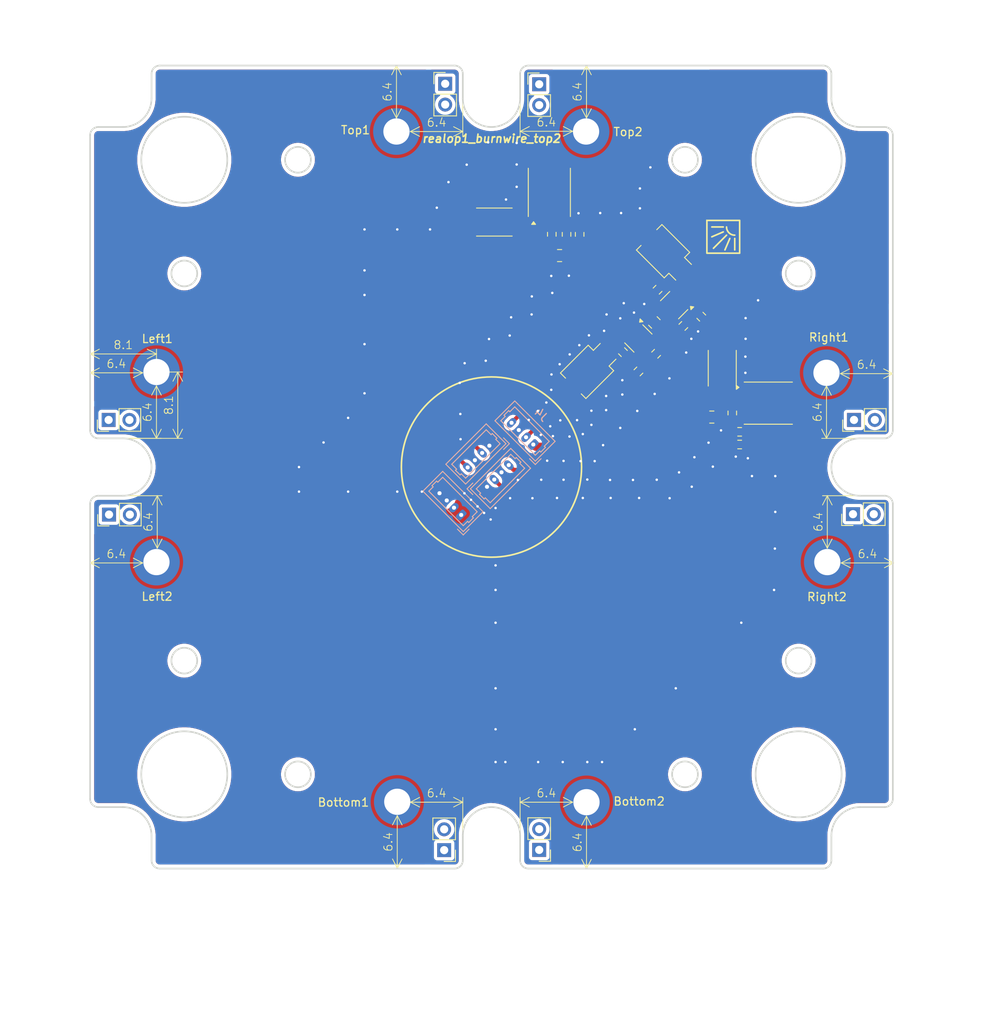
<source format=kicad_pcb>
(kicad_pcb (version 20241229) (generator "pcbnew") (generator_version "9.0")
  (layers (0 "F.Cu" signal) (2 "B.Cu" signal) (13 "F.Paste" user) (15 "B.Paste" user) (5 "F.SilkS" user "F.Silkscreen") (7 "B.SilkS" user "B.Silkscreen") (1 "F.Mask" user) (3 "B.Mask" user) (25 "Edge.Cuts" user))
  (net 0 "")
  (net 1 "GND")
  (net 2 "Net-(R1-Pad2)")
  (net 3 "Net-(Q1-G)")
  (net 4 "Net-(Q1-D)")
  (net 5 "+24V")
  (net 6 "/pyro0_enable")
  (net 7 "/pyro0_cs")
  (net 8 "Net-(Q2-D)")
  (net 9 "Net-(Q2-G)")
  (net 10 "/pyro1_enable")
  (net 11 "Net-(R10-Pad1)")
  (net 12 "/pyro1_cs")
  (net 13 "Net-(Q2-S-Pad1)")
  (net 14 "Net-(Q1-S-Pad1)")
  (net 15 "Net-(D1-K)")
  (net 16 "/3v3_tia")
  (net 17 "Net-(U2-+)")
  (net 18 "/pd_tia0")
  (net 19 "Net-(D3-K)")
  (net 20 "/pd_tia1")
  (net 21 "Net-(U1-+)")
  (footprint "Connector_PinHeader_2.54mm:PinHeader_1x02_P2.54mm_Vertical" (layer "F.Cu") (at 97.81 102.8 90)
    (property "Reference" "REF**" (hide yes))
    (property "Value" "PinHeader_1x02_P2.54mm_Vertical")
  )
  (footprint "Resistor_SMD:R_0603_1608Metric" (layer "F.Cu") (at 151.865 68.59 -90)
    (property "Reference" "R6" (hide yes))
    (property "Value" "10k")
  )
  (footprint "Connector_PinHeader_2.54mm:PinHeader_1x02_P2.54mm_Vertical" (layer "F.Cu") (at 188.76 91.25 90)
    (property "Reference" "REF**" (hide yes))
    (property "Value" "PinHeader_1x02_P2.54mm_Vertical")
  )
  (footprint "Package_TO_SOT_SMD:SOT-23-5" (layer "F.Cu") (at 162.434701 81.308281 -45)
    (property "Reference" "U1" (hide yes))
    (property "Value" "LMV321")
  )
  (footprint "Resistor_SMD:R_0603_1608Metric" (layer "F.Cu") (at 164.776992 75.359745 45)
    (property "Reference" "R3" (hide yes))
    (property "Value" "100k")
  )
  (footprint "Resistor_SMD:R_2512_6332Metric" (layer "F.Cu") (at 172.675 84.9375 90)
    (property "Reference" "R11" (hide yes))
    (property "Value" "1")
  )
  (footprint "Connector_PinHeader_2.54mm:PinHeader_1x02_P2.54mm_Vertical" (layer "F.Cu") (at 150.325 143.725 180)
    (property "Reference" "REF**" (hide yes))
    (property "Value" "PinHeader_1x02_P2.54mm_Vertical")
  )
  (footprint "Resistor_SMD:R_0603_1608Metric" (layer "F.Cu") (at 167.923617 79.779162 45)
    (property "Reference" "R14" (hide yes))
    (property "Value" "100k")
  )
  (footprint "Resistor_SMD:R_0603_1608Metric" (layer "F.Cu") (at 155.265 68.6 90)
    (property "Reference" "R5" (hide yes))
    (property "Value" "1k")
  )
  (footprint "Resistor_SMD:R_0603_1608Metric" (layer "F.Cu") (at 170.115648 78.647791 135)
    (property "Reference" "R15" (hide yes))
    (property "Value" "1k")
  )
  (footprint "Resistor_SMD:R_0603_1608Metric" (layer "F.Cu") (at 162.44354 85.32995 45)
    (property "Reference" "R16" (hide yes))
    (property "Value" "1k")
  )
  (footprint "Package_SO:PowerPAK_SO-8_Single" (layer "F.Cu") (at 178.295 89.2)
    (property "Reference" "Q2" (hide yes))
    (property "Value" "BSC0702LS")
  )
  (footprint "MountingHole:MountingHole_3.2mm_M3_ISO7380_Pad_TopBottom" (layer "F.Cu") (at 185.5 108.6 180)
    (property "Reference" "Right2")
    (property "Value" "MountingHole_3.2mm_M3_ISO7380_Pad_TopBottom")
  )
  (footprint "Connector_PinHeader_2.54mm:PinHeader_1x02_P2.54mm_Vertical" (layer "F.Cu") (at 97.76 91.25 90)
    (property "Reference" "REF**" (hide yes))
    (property "Value" "PinHeader_1x02_P2.54mm_Vertical")
  )
  (footprint "Resistor_SMD:R_0603_1608Metric" (layer "F.Cu") (at 160.55 82.975 135)
    (property "Reference" "R18" (hide yes))
    (property "Value" "100k")
  )
  (footprint "Resistor_SMD:R_0603_1608Metric" (layer "F.Cu") (at 174.8 94.25 180)
    (property "Reference" "R9" (hide yes))
    (property "Value" "100k")
  )
  (footprint "Capacitor_SMD:C_0805_2012Metric" (layer "F.Cu") (at 164.388083 79.354898 135)
    (property "Reference" "C2" (hide yes))
    (property "Value" "10uF")
  )
  (footprint "Connector_PinHeader_2.54mm:PinHeader_1x02_P2.54mm_Vertical" (layer "F.Cu") (at 138.85 50.225)
    (property "Reference" "REF**" (hide yes))
    (property "Value" "PinHeader_1x02_P2.54mm_Vertical")
  )
  (footprint "Resistor_SMD:R_2512_6332Metric" (layer "F.Cu") (at 144.85 67.1 180)
    (property "Reference" "R4" (hide yes))
    (property "Value" "1")
  )
  (footprint "Resistor_SMD:R_0603_1608Metric" (layer "F.Cu") (at 173.9 90.4 -90)
    (property "Reference" "R12" (hide yes))
    (property "Value" "10k")
  )
  (footprint "MountingHole:MountingHole_3.2mm_M3_ISO7380_Pad_TopBottom" (layer "F.Cu") (at 156.1 137.899999)
    (property "Reference" "Bottom2")
    (property "Value" "MountingHole_3.2mm_M3_ISO7380_Pad_TopBottom")
  )
  (footprint "Package_TO_SOT_SMD:SOT-23-5" (layer "F.Cu") (at 166.801085 77.242417 -135)
    (property "Reference" "U2" (hide yes))
    (property "Value" "LMV321")
  )
  (footprint "Capacitor_SMD:C_0805_2012Metric" (layer "F.Cu") (at 171.4 90.9 180)
    (property "Reference" "C3" (hide yes))
    (property "Value" "10uF")
  )
  (footprint "OptoDevice:Osram_SFH2430" (layer "F.Cu") (at 156.168324 85.381676 -135)
    (property "Reference" "D3" (hide yes))
    (property "Value" "SFH2430")
  )
  (footprint "Capacitor_SMD:C_0805_2012Metric" (layer "F.Cu") (at 152.815 71.19)
    (property "Reference" "C1" (hide yes))
    (property "Value" "10uF")
  )
  (footprint "Resistor_SMD:R_0603_1608Metric" (layer "F.Cu") (at 164.600215 83.173275 -135)
    (property "Reference" "R17" (hide yes))
    (property "Value" "100k")
  )
  (footprint "MountingHole:MountingHole_3.2mm_M3_ISO7380_Pad_TopBottom" (layer "F.Cu") (at 156.05 56.05 180)
    (property "Reference" "Top2")
    (property "Value" "MountingHole_3.2mm_M3_ISO7380_Pad_TopBottom")
  )
  (footprint "MountingHole:MountingHole_3.2mm_M3_ISO7380_Pad_TopBottom" (layer "F.Cu") (at 132.9 56.05 180)
    (property "Reference" "Top1")
    (property "Value" "MountingHole_3.2mm_M3_ISO7380_Pad_TopBottom")
  )
  (footprint "Connector_PinHeader_2.54mm:PinHeader_1x02_P2.54mm_Vertical" (layer "F.Cu") (at 188.635 102.75 90)
    (property "Reference" "REF**" (hide yes))
    (property "Value" "PinHeader_1x02_P2.54mm_Vertical")
  )
  (footprint "Package_SO:PowerPAK_SO-8_Single" (layer "F.Cu") (at 151.565 63.48 90)
    (property "Reference" "Q1" (hide yes))
    (property "Value" "BSC0702LS")
  )
  (footprint "MountingHole:MountingHole_3.2mm_M3_ISO7380_Pad_TopBottom" (layer "F.Cu") (at 103.6 85.4)
    (property "Reference" "Left1")
    (property "Value" "MountingHole_3.2mm_M3_ISO7380_Pad_TopBottom")
  )
  (footprint "Resistor_SMD:R_0603_1608Metric" (layer "F.Cu") (at 153.665 68.6 90)
    (property "Reference" "R13" (hide yes))
    (property "Value" "100k")
  )
  (footprint "Connector_PinHeader_2.54mm:PinHeader_1x02_P2.54mm_Vertical" (layer "F.Cu") (at 150.325 50.285)
    (property "Reference" "REF**" (hide yes))
    (property "Value" "PinHeader_1x02_P2.54mm_Vertical")
  )
  (footprint "MountingHole:MountingHole_3.2mm_M3_ISO7380_Pad_TopBottom" (layer "F.Cu") (at 133 137.849999)
    (property "Reference" "Bottom1")
    (property "Value" "MountingHole_3.2mm_M3_ISO7380_Pad_TopBottom")
  )
  (footprint "Connector_PinHeader_2.54mm:PinHeader_1x02_P2.54mm_Vertical" (layer "F.Cu") (at 138.725 143.75 180)
    (property "Reference" "REF**" (hide yes))
    (property "Value" "PinHeader_1x02_P2.54mm_Vertical")
  )
  (footprint "MountingHole:MountingHole_3.2mm_M3_ISO7380_Pad_TopBottom" (layer "F.Cu") (at 103.6 108.6)
    (property "Reference" "Left2")
    (property "Value" "MountingHole_3.2mm_M3_ISO7380_Pad_TopBottom")
  )
  (footprint "OptoDevice:Osram_SFH2430" (layer "F.Cu") (at 165.448744 70.657485 135)
    (property "Reference" "D1" (hide yes))
    (property "Value" "SFH2430")
  )
  (footprint "MountingHole:MountingHole_3.2mm_M3_ISO7380_Pad_TopBottom" (layer "F.Cu") (at 185.4 85.5 180)
    (property "Reference" "Right1")
    (property "Value" "MountingHole_3.2mm_M3_ISO7380_Pad_TopBottom")
  )
  (footprint "Resistor_SMD:R_0603_1608Metric" (layer "F.Cu") (at 174.8 92.7)
    (property "Reference" "R7" (hide yes))
    (property "Value" "1k")
  )
  (footprint "Connector_Molex:Molex_PicoBlade_53047-0410_1x04_P1.25mm_Vertical" (layer "B.Cu") (at 143.955977 99.407627 45)
    (property "Reference" "J3" (hide yes))
    (property "Value" "pyro1")
  )
  (footprint "Connector_Molex:Molex_PicoBlade_53047-0410_1x04_P1.25mm_Vertical" (layer "B.Cu") (at 144.244023 94.392373 -135)
    (property "Reference" "J2" (hide yes))
    (property "Value" "pyro0")
  )
  (footprint "Connector_Molex:Molex_PicoBlade_53047-0410_1x04_P1.25mm_Vertical" (layer "B.Cu") (at 140.807627 102.844023 135)
    (property "Reference" "J1" (hide yes))
    (property "Value" "BURNWIRE_SUPPLY")
  )
  (footprint "Connector_Molex:Molex_PicoBlade_53047-0410_1x04_P1.25mm_Vertical" (layer "B.Cu") (at 149.604092 94.247559 135)
    (property "Reference" "J4")
    (property "Value" "photodiode")
  )
  (gr_arc (start 174.2 68.7) (mid 173.492893 68.407107) (end 173.2 67.7) (stroke (width 0.2)) (layer "F.SilkS"))
  (gr_line (start 173.6 69.1) (end 173 70.5) (stroke (width 0.2)) (layer "F.SilkS"))
  (gr_rect (start 170.8 66.9) (end 174.8 70.9) (stroke (width 0.2)) (fill no) (layer "F.SilkS"))
  (gr_line (start 173.2 68.7) (end 171.6 70.3) (stroke (width 0.2)) (layer "F.SilkS"))
  (gr_line (start 172.8 67.7) (end 171.4 67.7) (stroke (width 0.2)) (layer "F.SilkS"))
  (gr_circle (center 144.5 97) (end 144.5 86) (stroke (width 0.2)) (fill no) (layer "F.SilkS"))
  (gr_line (start 174.2 69.1) (end 174.2 70.5) (stroke (width 0.2)) (layer "F.SilkS"))
  (gr_line (start 172.8 68.3) (end 171.4 68.9) (stroke (width 0.2)) (layer "F.SilkS"))
  (gr_line (start 149 48) (end 185 48) (stroke (width 0.2)) (layer "Edge.Cuts"))
  (gr_circle (center 182 59.5) (end 187.25 59.5) (stroke (width 0.2)) (fill no) (layer "Edge.Cuts"))
  (gr_arc (start 95.5 56.5) (mid 95.792893 55.792893) (end 96.499999 55.5) (stroke (width 0.2)) (layer "Edge.Cuts"))
  (gr_circle (center 168.125 59.5) (end 169.7 59.5) (stroke (width 0.2)) (fill no) (layer "Edge.Cuts"))
  (gr_line (start 193.5 56.5) (end 193.5 92.5) (stroke (width 0.2)) (layer "Edge.Cuts"))
  (gr_line (start 189.5 100.5) (end 192.5 100.5) (stroke (width 0.2)) (layer "Edge.Cuts"))
  (gr_arc (start 148 49) (mid 148.292893 48.292893) (end 149 48) (stroke (width 0.2)) (layer "Edge.Cuts"))
  (gr_line (start 104 146) (end 140 146) (stroke (width 0.2)) (layer "Edge.Cuts"))
  (gr_circle (center 182 73.375) (end 183.575 73.375) (stroke (width 0.2)) (fill no) (layer "Edge.Cuts"))
  (gr_arc (start 95.5 101.5) (mid 95.792893 100.792893) (end 96.5 100.5) (stroke (width 0.2)) (layer "Edge.Cuts"))
  (gr_arc (start 99.500001 138.5) (mid 101.974874 139.525126) (end 103 141.999999) (stroke (width 0.2)) (layer "Edge.Cuts"))
  (gr_line (start 103 145.000001) (end 103 141.999999) (stroke (width 0.2)) (layer "Edge.Cuts"))
  (gr_line (start 141 142) (end 141 145.000002) (stroke (width 0.2)) (layer "Edge.Cuts"))
  (gr_arc (start 96.499998 93.5) (mid 95.792893 93.207107) (end 95.5 92.5) (stroke (width 0.2)) (layer "Edge.Cuts"))
  (gr_line (start 186 142) (end 186 145) (stroke (width 0.2)) (layer "Edge.Cuts"))
  (gr_line (start 148 52) (end 148 49) (stroke (width 0.2)) (layer "Edge.Cuts"))
  (gr_circle (center 182 134.5) (end 187.25 134.5) (stroke (width 0.2)) (fill no) (layer "Edge.Cuts"))
  (gr_circle (center 107 59.5) (end 112.25 59.5) (stroke (width 0.2)) (fill no) (layer "Edge.Cuts"))
  (gr_circle (center 107 120.625) (end 108.575 120.625) (stroke (width 0.2)) (fill no) (layer "Edge.Cuts"))
  (gr_line (start 104 48) (end 140.000001 48) (stroke (width 0.2)) (layer "Edge.Cuts"))
  (gr_arc (start 193.5 137.5) (mid 193.207107 138.207107) (end 192.5 138.5) (stroke (width 0.2)) (layer "Edge.Cuts"))
  (gr_line (start 192.5 138.5) (end 189.5 138.5) (stroke (width 0.2)) (layer "Edge.Cuts"))
  (gr_line (start 149 146) (end 185 146) (stroke (width 0.2)) (layer "Edge.Cuts"))
  (gr_arc (start 192.5 100.5) (mid 193.207107 100.792893) (end 193.5 101.5) (stroke (width 0.2)) (layer "Edge.Cuts"))
  (gr_line (start 148 145) (end 148 142) (stroke (width 0.2)) (layer "Edge.Cuts"))
  (gr_arc (start 141 145.000002) (mid 140.707107 145.707107) (end 140 146) (stroke (width 0.2)) (layer "Edge.Cuts"))
  (gr_line (start 193.5 101.5) (end 193.5 137.5) (stroke (width 0.2)) (layer "Edge.Cuts"))
  (gr_line (start 99.500001 138.5) (end 96.499999 138.5) (stroke (width 0.2)) (layer "Edge.Cuts"))
  (gr_arc (start 104 146) (mid 103.292893 145.707107) (end 103 145.000001) (stroke (width 0.2)) (layer "Edge.Cuts"))
  (gr_circle (center 120.875 134.5) (end 122.45 134.5) (stroke (width 0.2)) (fill no) (layer "Edge.Cuts"))
  (gr_arc (start 189.5 55.5) (mid 187.025126 54.474874) (end 186 52) (stroke (width 0.2)) (layer "Edge.Cuts"))
  (gr_arc (start 103 52.000001) (mid 101.974874 54.474874) (end 99.500001 55.5) (stroke (width 0.2)) (layer "Edge.Cuts"))
  (gr_arc (start 189.5 100.5) (mid 186 97) (end 189.5 93.5) (stroke (width 0.2)) (layer "Edge.Cuts"))
  (gr_line (start 96.499999 55.5) (end 99.500001 55.5) (stroke (width 0.2)) (layer "Edge.Cuts"))
  (gr_arc (start 185 48) (mid 185.707107 48.292893) (end 186 49) (stroke (width 0.2)) (layer "Edge.Cuts"))
  (gr_line (start 186 49) (end 186 52) (stroke (width 0.2)) (layer "Edge.Cuts"))
  (gr_circle (center 120.875 59.5) (end 122.45 59.5) (stroke (width 0.2)) (fill no) (layer "Edge.Cuts"))
  (gr_arc (start 141 142) (mid 144.5 138.5) (end 148 142) (stroke (width 0.2)) (layer "Edge.Cuts"))
  (gr_circle (center 107 73.375) (end 108.575 73.375) (stroke (width 0.2)) (fill no) (layer "Edge.Cuts"))
  (gr_arc (start 99.5 93.5) (mid 103 97) (end 99.5 100.5) (stroke (width 0.2)) (layer "Edge.Cuts"))
  (gr_arc (start 96.499999 138.5) (mid 95.792893 138.207107) (end 95.5 137.5) (stroke (width 0.2)) (layer "Edge.Cuts"))
  (gr_arc (start 192.5 55.5) (mid 193.207107 55.792893) (end 193.5 56.5) (stroke (width 0.2)) (layer "Edge.Cuts"))
  (gr_arc (start 148 52) (mid 144.5 55.5) (end 141 52) (stroke (width 0.2)) (layer "Edge.Cuts"))
  (gr_line (start 103 52.000001) (end 103 48.999999) (stroke (width 0.2)) (layer "Edge.Cuts"))
  (gr_line (start 189.5 55.5) (end 192.5 55.5) (stroke (width 0.2)) (layer "Edge.Cuts"))
  (gr_arc (start 103 48.999999) (mid 103.292893 48.292893) (end 104 48) (stroke (width 0.2)) (layer "Edge.Cuts"))
  (gr_arc (start 149 146) (mid 148.292893 145.707107) (end 148 145) (stroke (width 0.2)) (layer "Edge.Cuts"))
  (gr_line (start 95.5 101.5) (end 95.5 137.5) (stroke (width 0.2)) (layer "Edge.Cuts"))
  (gr_line (start 99.5 93.5) (end 96.499998 93.5) (stroke (width 0.2)) (layer "Edge.Cuts"))
  (gr_arc (start 186 142) (mid 187.025126 139.525126) (end 189.5 138.5) (stroke (width 0.2)) (layer "Edge.Cuts"))
  (gr_arc (start 140.000001 48) (mid 140.707107 48.292893) (end 141 49) (stroke (width 0.2)) (layer "Edge.Cuts"))
  (gr_circle (center 107 134.5) (end 112.25 134.5) (stroke (width 0.2)) (fill no) (layer "Edge.Cuts"))
  (gr_arc (start 186 145) (mid 185.707107 145.707107) (end 185 146) (stroke (width 0.2)) (layer "Edge.Cuts"))
  (gr_line (start 141 49) (end 141 52) (stroke (width 0.2)) (layer "Edge.Cuts"))
  (gr_circle (center 168.125 134.5) (end 169.7 134.5) (stroke (width 0.2)) (fill no) (layer "Edge.Cuts"))
  (gr_line (start 192.5 93.5) (end 189.5 93.5) (stroke (width 0.2)) (layer "Edge.Cuts"))
  (gr_arc (start 193.5 92.5) (mid 193.207107 93.207107) (end 192.5 93.5) (stroke (width 0.2)) (layer "Edge.Cuts"))
  (gr_line (start 95.5 56.5) (end 95.5 92.5) (stroke (width 0.2)) (layer "Edge.Cuts"))
  (gr_line (start 96.5 100.5) (end 99.5 100.5) (stroke (width 0.2)) (layer "Edge.Cuts"))
  (gr_circle (center 182 120.625) (end 183.575 120.625) (stroke (width 0.2)) (fill no) (layer "Edge.Cuts"))
  (gr_text "realop1_burnwire_top2" (at 144.5 57.5 0) (layer "F.SilkS") (effects (font (size 1 1) (thickness 0.2) (bold yes) (italic yes)) (justify bottom)))
  (dimension (type orthogonal) (layer "F.SilkS") (pts (xy 148 52) (xy 154.4 56.025)) (height 4.025) (orientation 0) (format (prefix "") (suffix "") (units 3) (units_format 0) (precision 4) (suppress_zeroes yes)) (style (thickness 0.1) (arrow_length 1.27) (text_position_mode 0) (arrow_direction outward) (extension_height 0.58642) (extension_offset 0.5) (keep_text_aligned yes)) (gr_text "6.4" (at 151.2 54.925 0) (layer "F.SilkS") (effects (font (size 1 1) (thickness 0.1)))))
  (dimension (type orthogonal) (layer "F.SilkS") (pts (xy 95.5 108.7) (xy 101.9 108.7)) (height 0) (orientation 0) (format (prefix "") (suffix "") (units 3) (units_format 0) (precision 4) (suppress_zeroes yes)) (style (thickness 0.1) (arrow_length 1.27) (text_position_mode 0) (arrow_direction outward) (extension_height 0.58642) (extension_offset 0.5) (keep_text_aligned yes)) (gr_text "6.4" (at 98.7 107.6 0) (layer "F.SilkS") (effects (font (size 1 1) (thickness 0.1)))))
  (dimension (type orthogonal) (layer "F.SilkS") (pts (xy 156.1 145.999999) (xy 156.1 139.6)) (height 0) (orientation 1) (format (prefix "") (suffix "") (units 3) (units_format 0) (precision 4) (suppress_zeroes yes)) (style (thickness 0.1) (arrow_length 1.27) (text_position_mode 0) (arrow_direction outward) (extension_height 0.58642) (extension_offset 0.5) (keep_text_aligned yes)) (gr_text "6.4" (at 155 142.799999 90) (layer "F.SilkS") (effects (font (size 1 1) (thickness 0.1)))))
  (dimension (type orthogonal) (layer "F.SilkS") (pts (xy 141 142) (xy 134.6 137.9)) (height -4.1) (orientation 0) (format (prefix "") (suffix "") (units 3) (units_format 0) (precision 4) (suppress_zeroes yes)) (style (thickness 0.1) (arrow_length 1.27) (text_position_mode 0) (arrow_direction outward) (extension_height 0.58642) (extension_offset 0.5) (keep_text_aligned yes)) (gr_text "6.4" (at 137.8 136.8 0) (layer "F.SilkS") (effects (font (size 1 1) (thickness 0.1)))))
  (dimension (type orthogonal) (layer "F.SilkS") (pts (xy 148 142) (xy 154.4 137.9)) (height -4.1) (orientation 0) (format (prefix "") (suffix "") (units 3) (units_format 0) (precision 4) (suppress_zeroes yes)) (style (thickness 0.1) (arrow_length 1.27) (text_position_mode 0) (arrow_direction outward) (extension_height 0.58642) (extension_offset 0.5) (keep_text_aligned yes)) (gr_text "6.4" (at 151.2 136.8 0) (layer "F.SilkS") (effects (font (size 1 1) (thickness 0.1)))))
  (dimension (type orthogonal) (layer "F.SilkS") (pts (xy 133 145.949999) (xy 133 139.55)) (height 0) (orientation 1) (format (prefix "") (suffix "") (units 3) (units_format 0) (precision 4) (suppress_zeroes yes)) (style (thickness 0.1) (arrow_length 1.27) (text_position_mode 0) (arrow_direction outward) (extension_height 0.58642) (extension_offset 0.5) (keep_text_aligned yes)) (gr_text "6.4" (at 131.9 142.749999 90) (layer "F.SilkS") (effects (font (size 1 1) (thickness 0.1)))))
  (dimension (type orthogonal) (layer "F.SilkS") (pts (xy 189.5 93.5) (xy 185.4 87.1)) (height -4.1) (orientation 1) (format (prefix "") (suffix "") (units 3) (units_format 0) (precision 4) (suppress_zeroes yes)) (style (thickness 0.1) (arrow_length 1.27) (text_position_mode 0) (arrow_direction outward) (extension_height 0.58642) (extension_offset 0.5) (keep_text_aligned yes)) (gr_text "6.4" (at 184.3 90.3 90) (layer "F.SilkS") (effects (font (size 1 1) (thickness 0.1)))))
  (dimension (type orthogonal) (layer "F.SilkS") (pts (xy 156.1 48) (xy 156.1 54.4)) (height 0) (orientation 1) (format (prefix "") (suffix "") (units 3) (units_format 0) (precision 4) (suppress_zeroes yes)) (style (thickness 0.1) (arrow_length 1.27) (text_position_mode 0) (arrow_direction outward) (extension_height 0.58642) (extension_offset 0.5) (keep_text_aligned yes)) (gr_text "6.4" (at 155 51.2 90) (layer "F.SilkS") (effects (font (size 1 1) (thickness 0.1)))))
  (dimension (type orthogonal) (layer "F.SilkS") (pts (xy 99.5 100.5) (xy 103.7 106.9)) (height 4.2) (orientation 1) (format (prefix "") (suffix "") (units 3) (units_format 0) (precision 4) (suppress_zeroes yes)) (style (thickness 0.1) (arrow_length 1.27) (text_position_mode 0) (arrow_direction outward) (extension_height 0.58642) (extension_offset 0.5) (keep_text_aligned yes)) (gr_text "6.4" (at 102.6 103.7 90) (layer "F.SilkS") (effects (font (size 1 1) (thickness 0.1)))))
  (dimension (type orthogonal) (layer "F.SilkS") (pts (xy 189.5 100.5) (xy 185.5 106.9)) (height -4) (orientation 1) (format (prefix "") (suffix "") (units 3) (units_format 0) (precision 4) (suppress_zeroes yes)) (style (thickness 0.1) (arrow_length 1.27) (text_position_mode 0) (arrow_direction outward) (extension_height 0.58642) (extension_offset 0.5) (keep_text_aligned yes)) (gr_text "6.4" (at 184.4 103.7 90) (layer "F.SilkS") (effects (font (size 1 1) (thickness 0.1)))))
  (dimension (type orthogonal) (layer "F.SilkS") (pts (xy 103.6 85.4) (xy 99.5 93.5)) (height 2.6) (orientation 1) (format (prefix "") (suffix "") (units 3) (units_format 0) (precision 4) (suppress_zeroes yes)) (style (thickness 0.1) (arrow_length 1.27) (text_position_mode 0) (arrow_direction outward) (extension_height 0.58642) (extension_offset 0.5) (keep_text_aligned yes)) (gr_text "8.1" (at 105.1 89.45 90) (layer "F.SilkS") (effects (font (size 1 1) (thickness 0.1)))))
  (dimension (type orthogonal) (layer "F.SilkS") (pts (xy 193.6 108.7) (xy 187.2 108.7)) (height 0) (orientation 0) (format (prefix "") (suffix "") (units 3) (units_format 0) (precision 4) (suppress_zeroes yes)) (style (thickness 0.1) (arrow_length 1.27) (text_position_mode 0) (arrow_direction outward) (extension_height 0.58642) (extension_offset 0.5) (keep_text_aligned yes)) (gr_text "6.4" (at 190.4 107.6 0) (layer "F.SilkS") (effects (font (size 1 1) (thickness 0.1)))))
  (dimension (type orthogonal) (layer "F.SilkS") (pts (xy 193.5 85.6) (xy 187.1 85.6)) (height 0) (orientation 0) (format (prefix "") (suffix "") (units 3) (units_format 0) (precision 4) (suppress_zeroes yes)) (style (thickness 0.1) (arrow_length 1.27) (text_position_mode 0) (arrow_direction outward) (extension_height 0.58642) (extension_offset 0.5) (keep_text_aligned yes)) (gr_text "6.4" (at 190.3 84.5 0) (layer "F.SilkS") (effects (font (size 1 1) (thickness 0.1)))))
  (dimension (type orthogonal) (layer "F.SilkS") (pts (xy 103.6 85.5) (xy 95.5 85.6)) (height -2.3) (orientation 0) (format (prefix "") (suffix "") (units 3) (units_format 0) (precision 4) (suppress_zeroes yes)) (style (thickness 0.1) (arrow_length 1.27) (text_position_mode 0) (arrow_direction outward) (extension_height 0.58642) (extension_offset 0.5) (keep_text_aligned yes)) (gr_text "8.1" (at 99.55 82.1 0) (layer "F.SilkS") (effects (font (size 1 1) (thickness 0.1)))))
  (dimension (type orthogonal) (layer "F.SilkS") (pts (xy 141 52) (xy 134.6 56.05)) (height 4.05) (orientation 0) (format (prefix "") (suffix "") (units 3) (units_format 0) (precision 4) (suppress_zeroes yes)) (style (thickness 0.1) (arrow_length 1.27) (text_position_mode 0) (arrow_direction outward) (extension_height 0.58642) (extension_offset 0.5) (keep_text_aligned yes)) (gr_text "6.4" (at 137.8 54.95 0) (layer "F.SilkS") (effects (font (size 1 1) (thickness 0.1)))))
  (dimension (type orthogonal) (layer "F.SilkS") (pts (xy 132.9 48) (xy 132.9 54.4)) (height 0) (orientation 1) (format (prefix "") (suffix "") (units 3) (units_format 0) (precision 4) (suppress_zeroes yes)) (style (thickness 0.1) (arrow_length 1.27) (text_position_mode 0) (arrow_direction outward) (extension_height 0.58642) (extension_offset 0.5) (keep_text_aligned yes)) (gr_text "6.4" (at 131.8 51.2 90) (layer "F.SilkS") (effects (font (size 1 1) (thickness 0.1)))))
  (dimension (type orthogonal) (layer "F.SilkS") (pts (xy 99.5 93.5) (xy 103.6 87.1)) (height 4.1) (orientation 1) (format (prefix "") (suffix "") (units 3) (units_format 0) (precision 4) (suppress_zeroes yes)) (style (thickness 0.1) (arrow_length 1.27) (text_position_mode 0) (arrow_direction outward) (extension_height 0.58642) (extension_offset 0.5) (keep_text_aligned yes)) (gr_text "6.4" (at 102.5 90.3 90) (layer "F.SilkS") (effects (font (size 1 1) (thickness 0.1)))))
  (dimension (type orthogonal) (layer "F.SilkS") (pts (xy 95.5 85.5) (xy 101.9 85.5)) (height 0) (orientation 0) (format (prefix "") (suffix "") (units 3) (units_format 0) (precision 4) (suppress_zeroes yes)) (style (thickness 0.1) (arrow_length 1.27) (text_position_mode 0) (arrow_direction outward) (extension_height 0.58642) (extension_offset 0.5) (keep_text_aligned yes)) (gr_text "6.4" (at 98.7 84.4 0) (layer "F.SilkS") (effects (font (size 1 1) (thickness 0.1)))))
  (via (at 144.1 57.375) (size 0.6) (drill 0.3) (layers "F.Cu" "B.Cu") (net 1))
  (via (at 140.7 90.525) (size 0.6) (drill 0.3) (layers "F.Cu" "B.Cu") (net 1))
  (via (at 151.825 85.7) (size 0.6) (drill 0.3) (layers "F.Cu" "B.Cu") (net 1))
  (via (at 157.1 96.275) (size 0.6) (drill 0.3) (layers "F.Cu" "B.Cu") (net 1))
  (via (at 169.275 95.8) (size 0.6) (drill 0.3) (layers "F.Cu" "B.Cu") (net 1))
  (via (at 177.05 76.65) (size 0.6) (drill 0.3) (layers "F.Cu" "B.Cu") (net 1))
  (via (at 143.6 102.6) (size 0.6) (drill 0.3) (layers "F.Cu" "B.Cu") (net 1))
  (via (at 144.4 103.4) (size 0.6) (drill 0.3) (layers "F.Cu" "B.Cu") (net 1))
  (via (at 159.05 100.775) (size 0.6) (drill 0.3) (layers "F.Cu" "B.Cu") (net 1))
  (via (at 158.125 94.325) (size 0.6) (drill 0.3) (layers "F.Cu" "B.Cu") (net 1))
  (via (at 152.9 91.3) (size 0.6) (drill 0.3) (layers "F.Cu" "B.Cu") (net 1))
  (via (at 146.775 100.8) (size 0.6) (drill 0.3) (layers "F.Cu" "B.Cu") (net 1))
  (via (at 163.9 60.425) (size 0.6) (drill 0.3) (layers "F.Cu" "B.Cu") (net 1))
  (via (at 150.2 133) (size 0.6) (drill 0.3) (layers "F.Cu" "B.Cu") (net 1))
  (via (at 153.3 98.55) (size 0.6) (drill 0.3) (layers "F.Cu" "B.Cu") (net 1))
  (via (at 162.625 63) (size 0.6) (drill 0.3) (layers "F.Cu" "B.Cu") (net 1))
  (via (at 160.225 78.85) (size 0.6) (drill 0.3) (layers "F.Cu" "B.Cu") (net 1))
  (via (at 160.325 66) (size 0.6) (drill 0.3) (layers "F.Cu" "B.Cu") (net 1))
  (via (at 141.225 84.325) (size 0.6) (drill 0.3) (layers "F.Cu" "B.Cu") (net 1))
  (via (at 121 100) (size 0.6) (drill 0.3) (layers "F.Cu" "B.Cu") (net 1))
  (via (at 141.475 60.1) (size 0.6) (drill 0.3) (layers "F.Cu" "B.Cu") (net 1))
  (via (at 175.5 85.5) (size 0.6) (drill 0.3) (layers "F.Cu" "B.Cu") (net 1))
  (via (at 158.25 80.375) (size 0.6) (drill 0.3) (layers "F.Cu" "B.Cu") (net 1))
  (via (at 171 94.025) (size 0.6) (drill 0.3) (layers "F.Cu" "B.Cu") (net 1))
  (via (at 152.825 84.45) (size 0.6) (drill 0.3) (layers "F.Cu" "B.Cu") (net 1))
  (via (at 161.775 98.575) (size 0.6) (drill 0.3) (layers "F.Cu" "B.Cu") (net 1))
  (via (at 129 88) (size 0.6) (drill 0.3) (layers "F.Cu" "B.Cu") (net 1))
  (via (at 151.8 73.675) (size 0.6) (drill 0.3) (layers "F.Cu" "B.Cu") (net 1))
  (via (at 166.225 86.175) (size 0.6) (drill 0.3) (layers "F.Cu" "B.Cu") (net 1))
  (via (at 162.3 90.15) (size 0.6) (drill 0.3) (layers "F.Cu" "B.Cu") (net 1))
  (via (at 164.675 98.55) (size 0.6) (drill 0.3) (layers "F.Cu" "B.Cu") (net 1))
  (via (at 153.3 96.25) (size 0.6) (drill 0.3) (layers "F.Cu" "B.Cu") (net 1))
  (via (at 171.525 96.95) (size 0.6) (drill 0.3) (layers "F.Cu" "B.Cu") (net 1))
  (via (at 176.3 98.1) (size 0.6) (drill 0.3) (layers "F.Cu" "B.Cu") (net 1))
  (via (at 172.525 92.525) (size 0.6) (drill 0.3) (layers "F.Cu" "B.Cu") (net 1))
  (via (at 151.3 96.225) (size 0.6) (drill 0.3) (layers "F.Cu" "B.Cu") (net 1))
  (via (at 160.65 77) (size 0.6) (drill 0.3) (layers "F.Cu" "B.Cu") (net 1))
  (via (at 156.7 90.125) (size 0.6) (drill 0.3) (layers "F.Cu" "B.Cu") (net 1))
  (via (at 163.15 77.1) (size 0.6) (drill 0.3) (layers "F.Cu" "B.Cu") (net 1))
  (via (at 174.325 95.725) (size 0.6) (drill 0.3) (layers "F.Cu" "B.Cu") (net 1))
  (via (at 161.9 78.15) (size 0.6) (drill 0.3) (layers "F.Cu" "B.Cu") (net 1))
  (via (at 149.5 100.8) (size 0.6) (drill 0.3) (layers "F.Cu" "B.Cu") (net 1))
  (via (at 146.275 64.35) (size 0.6) (drill 0.3) (layers "F.Cu" "B.Cu") (net 1))
  (via (at 133 100) (size 0.6) (drill 0.3) (layers "F.Cu" "B.Cu") (net 1))
  (via (at 133 68) (size 0.6) (drill 0.3) (layers "F.Cu" "B.Cu") (net 1))
  (via (at 149.425 76.175) (size 0.6) (drill 0.3) (layers "F.Cu" "B.Cu") (net 1))
  (via (at 150.525 93.075) (size 0.6) (drill 0.3) (layers "F.Cu" "B.Cu") (net 1))
  (via (at 151.675 92.025) (size 0.6) (drill 0.3) (layers "F.Cu" "B.Cu") (net 1))
  (via (at 136 100) (size 0.6) (drill 0.3) (layers "F.Cu" "B.Cu") (net 1))
  (via (at 147.725 98.575) (size 0.6) (drill 0.3) (layers "F.Cu" "B.Cu") (net 1))
  (via (at 140.725 93.6) (size 0.6) (drill 0.3) (layers "F.Cu" "B.Cu") (net 1))
  (via (at 168.95 99.4) (size 0.6) (drill 0.3) (layers "F.Cu" "B.Cu") (net 1))
  (via (at 152 93.225) (size 0.6) (drill 0.3) (layers "F.Cu" "B.Cu") (net 1))
  (via (at 160.475 86.4) (size 0.6) (drill 0.3) (layers "F.Cu" "B.Cu") (net 1))
  (via (at 149.4 78.375) (size 0.6) (drill 0.3) (layers "F.Cu" "B.Cu") (net 1))
  (via (at 145 124) (size 0.6) (drill 0.3) (layers "F.Cu" "B.Cu") (net 1))
  (via (at 175.525 81.35) (size 0.6) (drill 0.3) (layers "F.Cu" "B.Cu") (net 1))
  (via (at 129 73) (size 0.6) (drill 0.3) (layers "F.Cu" "B.Cu") (net 1))
  (via (at 140.625 86.725) (size 0.6) (drill 0.3) (layers "F.Cu" "B.Cu") (net 1))
  (via (at 155.65 100.775) (size 0.6) (drill 0.3) (layers "F.Cu" "B.Cu") (net 1))
  (via (at 155.375 96.275) (size 0.6) (drill 0.3) (layers "F.Cu" "B.Cu") (net 1))
  (via (at 137 68) (size 0.6) (drill 0.3) (layers "F.Cu" "B.Cu") (net 1))
  (via (at 145 133) (size 0.6) (drill 0.3) (layers "F.Cu" "B.Cu") (net 1))
  (via (at 145 116) (size 0.6) (drill 0.3) (layers "F.Cu" "B.Cu") (net 1))
  (via (at 146.725 80.95) (size 0.6) (drill 0.3) (layers "F.Cu" "B.Cu") (net 1))
  (via (at 145 109) (size 0.6) (drill 0.3) (layers "F.Cu" "B.Cu") (net 1))
  (via (at 151.8 87.575) (size 0.6) (drill 0.3) (layers "F.Cu" "B.Cu") (net 1))
  (via (at 157.775 66) (size 0.6) (drill 0.3) (layers "F.Cu" "B.Cu") (net 1))
  (via (at 121 97) (size 0.6) (drill 0.3) (layers "F.Cu" "B.Cu") (net 1))
  (via (at 156.7 91.85) (size 0.6) (drill 0.3) (layers "F.Cu" "B.Cu") (net 1))
  (via (at 142 101) (size 0.6) (drill 0.3) (layers "F.Cu" "B.Cu") (net 1))
  (via (at 160.225 92.225) (size 0.6) (drill 0.3) (layers "F.Cu" "B.Cu") (net 1))
  (via (at 158.975 98.575) (size 0.6) (drill 0.3) (layers "F.Cu" "B.Cu") (net 1))
  (via (at 158 133) (size 0.6) (drill 0.3) (layers "F.Cu" "B.Cu") (net 1))
  (via (at 167 124) (size 0.6) (drill 0.3) (layers "F.Cu" "B.Cu") (net 1))
  (via (at 129 82) (size 0.6) (drill 0.3) (layers "F.Cu" "B.Cu") (net 1))
  (via (at 147.575 57.45) (size 0.6) (drill 0.3) (layers "F.Cu" "B.Cu") (net 1))
  (via (at 145 102) (size 0.6) (drill 0.3) (layers "F.Cu" "B.Cu") (net 1))
  (via (at 169.725 80.45) (size 0.6) (drill 0.3) (layers "F.Cu" "B.Cu") (net 1))
  (via (at 152.5 100.775) (size 0.6) (drill 0.3) (layers "F.Cu" "B.Cu") (net 1))
  (via (at 175.5 83.525) (size 0.6) (drill 0.3) (layers "F.Cu" "B.Cu") (net 1))
  (via (at 124 94) (size 0.6) (drill 0.3) (layers "F.Cu" "B.Cu") (net 1))
  (via (at 146.2 133) (size 0.6) (drill 0.3) (layers "F.Cu" "B.Cu") (net 1))
  (via (at 139.25 62.225) (size 0.6) (drill 0.3) (layers "F.Cu" "B.Cu") (net 1))
  (via (at 179.15 98.1) (size 0.6) (drill 0.3) (layers "F.Cu" "B.Cu") (net 1))
  (via (at 167.4 97.65) (size 0.6) (drill 0.3) (layers "F.Cu" "B.Cu") (net 1))
  (via (at 156.2 133) (size 0.6) (drill 0.3) (layers "F.Cu" "B.Cu") (net 1))
  (via (at 127 91) (size 0.6) (drill 0.3) (layers "F.Cu" "B.Cu") (net 1))
  (via (at 150.175 90.15) (size 0.6) (drill 0.3) (layers "F.Cu" "B.Cu") (net 1))
  (via (at 151.925 75.75) (size 0.6) (drill 0.3) (layers "F.Cu" "B.Cu") (net 1))
  (via (at 160.475 88.15) (size 0.6) (drill 0.3) (layers "F.Cu" "B.Cu") (net 1))
  (via (at 144.2 81.375) (size 0.6) (drill 0.3) (layers "F.Cu" "B.Cu") (net 1))
  (via (at 129 76) (size 0.6) (drill 0.3) (layers "F.Cu" "B.Cu") (net 1))
  (via (at 168.275 83.025) (size 0.6) (drill 0.3) (layers "F.Cu" "B.Cu") (net 1))
  (via (at 179 112) (size 0.6) (drill 0.3) (layers "F.Cu" "B.Cu") (net 1))
  (via (at 162.525 100.775) (size 0.6) (drill 0.3) (layers "F.Cu" "B.Cu") (net 1))
  (via (at 175.8 95.925) (size 0.6) (drill 0.3) (layers "F.Cu" "B.Cu") (net 1))
  (via (at 179.15 102.475) (size 0.6) (drill 0.3) (layers "F.Cu" "B.Cu") (net 1))
  (via (at 155.225 82.125) (size 0.6) (drill 0.3) (layers "F.Cu" "B.Cu") (net 1))
  (via (at 137.825 65.35) (size 0.6) (drill 0.3) (layers "F.Cu" "B.Cu") (net 1))
  (via (at 151.2 89.125) (size 0.6) (drill 0.3) (layers "F.Cu" "B.Cu") (net 1))
  (via (at 154.025 93.275) (size 0.6) (drill 0.3) (layers "F.Cu" "B.Cu") (net 1))
  (via (at 155.125 66.025) (size 0.6) (drill 0.3) (layers "F.Cu" "B.Cu") (net 1))
  (via (at 155.65 92.975) (size 0.6) (drill 0.3) (layers "F.Cu" "B.Cu") (net 1))
  (via (at 158.55 78.375) (size 0.6) (drill 0.3) (layers "F.Cu" "B.Cu") (net 1))
  (via (at 153.95 73.65) (size 0.6) (drill 0.3) (layers "F.Cu" "B.Cu") (net 1))
  (via (at 150.575 98.55) (size 0.6) (drill 0.3) (layers "F.Cu" "B.Cu") (net 1))
  (via (at 153.2 133) (size 0.6) (drill 0.3) (layers "F.Cu" "B.Cu") (net 1))
  (via (at 156.2 98.525) (size 0.6) (drill 0.3) (layers "F.Cu" "B.Cu") (net 1))
  (via (at 175 116) (size 0.6) (drill 0.3) (layers "F.Cu" "B.Cu") (net 1))
  (via (at 129 68) (size 0.6) (drill 0.3) (layers "F.Cu" "B.Cu") (net 1))
  (via (at 166.25 100.8) (size 0.6) (drill 0.3) (layers "F.Cu" "B.Cu") (net 1))
  (via (at 164.425 88.075) (size 0.6) (drill 0.3) (layers "F.Cu" "B.Cu") (net 1))
  (via (at 149.05 91.25) (size 0.6) (drill 0.3) (layers "F.Cu" "B.Cu") (net 1))
  (via (at 154.05 83.25) (size 0.6) (drill 0.3) (layers "F.Cu" "B.Cu") (net 1))
  (via (at 147.575 60.075) (size 0.6) (drill 0.3) (layers "F.Cu" "B.Cu") (net 1))
  (via (at 175.525 78.825) (size 0.6) (drill 0.3) (layers "F.Cu" "B.Cu") (net 1))
  (via (at 162 129) (size 0.6) (drill 0.3) (layers "F.Cu" "B.Cu") (net 1))
  (via (at 145 129) (size 0.6) (drill 0.3) (layers "F.Cu" "B.Cu") (net 1))
  (via (at 156.4 80.925) (size 0.6) (drill 0.3) (layers "F.Cu" "B.Cu") (net 1))
  (via (at 143.8 84.025) (size 0.6) (drill 0.3) (layers "F.Cu" "B.Cu") (net 1))
  (via (at 162.625 65.425) (size 0.6) (drill 0.3) (layers "F.Cu" "B.Cu") (net 1))
  (via (at 146.9 78.725) (size 0.6) (drill 0.3) (layers "F.Cu" "B.Cu") (net 1))
  (via (at 168.9 81.35) (size 0.6) (drill 0.3) (layers "F.Cu" "B.Cu") (net 1))
  (via (at 179.1 106.95) (size 0.6) (drill 0.3) (layers "F.Cu" "B.Cu") (net 1))
  (via (at 142.8 101.8) (size 0.6) (drill 0.3) (layers "F.Cu" "B.Cu") (net 1))
  (via (at 145 112) (size 0.6) (drill 0.3) (layers "F.Cu" "B.Cu") (net 1))
  (via (at 141.2 100.2) (size 0.6) (drill 0.3) (layers "F.Cu" "B.Cu") (net 1))
  (via (at 127 100) (size 0.6) (drill 0.3) (layers "F.Cu" "B.Cu") (net 1))
  (via (at 147.575 62.8) (size 0.6) (drill 0.3) (layers "F.Cu" "B.Cu") (net 1))
  (via (at 158.5 90.05) (size 0.6) (drill 0.3) (layers "F.Cu" "B.Cu") (net 1))
  (via (at 158.5 88.325) (size 0.6) (drill 0.3) (layers "F.Cu" "B.Cu") (net 1))
  (via (at 154.95 91.275) (size 0.6) (drill 0.3) (layers "F.Cu" "B.Cu") (net 1))
  (segment (start 141.95 87.3) (end 155.265 73.985) (width 0.5) (layer "F.Cu") (net 6))
  (segment (start 141.95 93.866116) (end 141.95 87.3) (width 0.5) (layer "F.Cu") (net 6))
  (segment (start 155.265 73.985) (end 155.265 69.425) (width 0.5) (layer "F.Cu") (net 6))
  (segment (start 143.36014 95.276256) (end 141.95 93.866116) (width 0.5) (layer "F.Cu") (net 6))
  (segment (start 151.865 71.19) (end 151.865 72.135) (width 0.5) (layer "F.Cu") (net 7))
  (segment (start 139.425 94.87665) (end 141.592373 97.044023) (width 0.5) (layer "F.Cu") (net 7))
  (segment (start 151.865 69.415) (end 151.865 71.19) (width 0.5) (layer "F.Cu") (net 7))
  (segment (start 151.865 72.135) (end 139.425 84.575) (width 0.5) (layer "F.Cu") (net 7))
  (segment (start 139.425 84.575) (end 139.425 94.87665) (width 0.5) (layer "F.Cu") (net 7))
  (segment (start 144.83986 98.523744) (end 145.991116 99.675) (width 0.5) (layer "F.Cu") (net 10))
  (segment (start 167 99.675) (end 173.975 92.7) (width 0.5) (layer "F.Cu") (net 10))
  (segment (start 145.991116 99.675) (end 167 99.675) (width 0.5) (layer "F.Cu") (net 10))
  (segment (start 166.1 97.35) (end 147.20165 97.35) (width 0.5) (layer "F.Cu") (net 12))
  (segment (start 147.20165 97.35) (end 146.607627 96.755977) (width 0.5) (layer "F.Cu") (net 12))
  (segment (start 172.349999 90.9) (end 172.349999 91.100001) (width 0.5) (layer "F.Cu") (net 12))
  (segment (start 173.9 91.225) (end 172.674999 91.225) (width 0.5) (layer "F.Cu") (net 12))
  (segment (start 172.674999 91.225) (end 172.349999 90.9) (width 0.5) (layer "F.Cu") (net 12))
  (segment (start 172.349999 91.100001) (end 166.1 97.35) (width 0.5) (layer "F.Cu") (net 12))
  (segment (start 166.85 81.816815) (end 166.85 83.6) (width 1) (layer "F.Cu") (net 16))
  (segment (start 166.85 83.6) (end 155.925 94.525) (width 1) (layer "F.Cu") (net 16))
  (segment (start 155.925 94.525) (end 149.925 94.525) (width 1) (layer "F.Cu") (net 16))
  (segment (start 165.059834 80.026649) (end 166.85 81.816815) (width 1) (layer "F.Cu") (net 16))
  (segment (start 161.793287 83.558363) (end 162.567284 82.784366) (width 0.5) (layer "F.Cu") (net 18))
  (segment (start 151.833885 90.25) (end 155.10165 90.25) (width 0.5) (layer "F.Cu") (net 18))
  (segment (start 148.720209 93.363676) (end 151.833885 90.25) (width 0.5) (layer "F.Cu") (net 18))
  (segment (start 161.133363 83.558363) (end 161.793287 83.558363) (width 0.5) (layer "F.Cu") (net 18))
  (segment (start 162.567284 82.784366) (end 155.10165 90.25) (width 0.5) (layer "F.Cu") (net 18))
  (segment (start 165.325 77.375) (end 165.325 77.074479) (width 0.5) (layer "F.Cu") (net 20))
  (segment (start 150.675 87.875) (end 150.675 84.775) (width 0.5) (layer "F.Cu") (net 20))
  (segment (start 159.506892 75.943108) (end 164.193629 75.943108) (width 0.5) (layer "F.Cu") (net 20))
  (segment (start 165.325 77.074479) (end 164.193629 75.943108) (width 0.5) (layer "F.Cu") (net 20))
  (segment (start 146.952442 91.595909) (end 146.954091 91.595909) (width 0.5) (layer "F.Cu") (net 20))
  (segment (start 146.954091 91.595909) (end 150.675 87.875) (width 0.5) (layer "F.Cu") (net 20))
  (segment (start 150.675 84.775) (end 159.506892 75.943108) (width 0.5) (layer "F.Cu") (net 20))
  (segment (start 164.016852 83.756638) (end 164.016852 83.014176) (width 0.5) (layer "F.Cu") (net 21))
  (segment (start 162.708705 80.238783) (end 162.302118 79.832196) (width 0.5) (layer "F.Cu") (net 21))
  (segment (start 163.026904 84.746587) (end 164.016852 83.756638) (width 0.5) (layer "F.Cu") (net 21))
  (segment (start 162.708705 81.706029) (end 162.708705 80.238783) (width 0.5) (layer "F.Cu") (net 21))
  (segment (start 164.016852 83.014176) (end 162.708705 81.706029) (width 0.5) (layer "F.Cu") (net 21))
  (zone (net 17) (net_name "Net-(U2-+)") (layer "F.Cu") (priority 8) (connect_pads yes (clearance 0.5)) (min_thickness 0.25) (fill yes (thermal_gap 0.5) (thermal_bridge_width 0.5))
    (polygon (pts (xy 170.645978 78.117461) (xy 168.55994 80.2035) (xy 167.466208 79.105201) (xy 168.203514 78.367894) (xy 167.356459 77.447183) (xy 168.666079 76.137562)))
  )
  (zone (net 8) (net_name "Net-(Q2-D)") (layer "F.Cu") (priority 13) (connect_pads yes (clearance 0.5)) (min_thickness 0.25) (fill yes (thermal_gap 0.5) (thermal_bridge_width 0.5))
    (polygon (pts (xy 176.7 77.7) (xy 194.8 77.7) (xy 194.8 97) (xy 180.4 97) (xy 176.7 97)))
  )
  (zone (net 0) (net_name "") (layer "F.Cu") (priority 14) (connect_pads (clearance 0.5)) (min_thickness 0.25) (fill yes (thermal_gap 0.5) (thermal_bridge_width 0.5) (island_removal_mode 1) (island_area_min 10))
    (polygon (pts (xy 152.05 48.5) (xy 148.525 48.5) (xy 148.5 54.575) (xy 152.05 54.575)))
  )
  (zone (net 15) (net_name "Net-(D1-K)") (layer "F.Cu") (priority 12) (connect_pads yes (clearance 0.5)) (min_thickness 0.25) (fill yes (thermal_gap 0.5) (thermal_bridge_width 0.5))
    (polygon (pts (xy 167.8 71.25) (xy 164.473306 74.724547) (xy 166.54996 76.824676) (xy 169.95 73.375)))
  )
  (zone (net 13) (net_name "Net-(Q2-S-Pad1)") (layer "F.Cu") (priority 4) (connect_pads yes (clearance 0.5)) (min_thickness 0.25) (fill yes (thermal_gap 0.5) (thermal_bridge_width 0.5))
    (polygon (pts (xy 176.6 86.45) (xy 170.709603 86.45) (xy 170.725 88.775) (xy 173.175 88.8) (xy 173.151838 90.375) (xy 176.6 90.375)))
  )
  (zone (net 2) (net_name "Net-(R1-Pad2)") (layer "F.Cu") (priority 5) (connect_pads yes (clearance 0.5)) (min_thickness 0.25) (fill yes (thermal_gap 0.5) (thermal_bridge_width 0.5))
    (polygon (pts (xy 144.5 55.5) (xy 136.8 63.2) (xy 136.8 66.8) (xy 127.2 66.8) (xy 127.2 88.8) (xy 120 96) (xy 94.94139 96) (xy 95.04046 53.994341) (xy 101.826371 47.425) (xy 144.5 47.425)))
  )
  (zone (net 16) (net_name "/3v3_tia") (layer "F.Cu") (priority 11) (connect_pads yes (clearance 0.5)) (min_thickness 0.25) (fill yes (thermal_gap 0.5) (thermal_bridge_width 0.5))
    (polygon (pts (xy 166.640876 77.433229) (xy 167.923617 78.55) (xy 167.175 79.3) (xy 168.325 80.4) (xy 165.225 83.6) (xy 162.8 81.137845)))
  )
  (zone (net 19) (net_name "Net-(D3-K)") (layer "F.Cu") (priority 10) (connect_pads yes (clearance 0.5)) (min_thickness 0.25) (fill yes (thermal_gap 0.5) (thermal_bridge_width 0.5))
    (polygon (pts (xy 156.725 83.05) (xy 158.45 84.787894) (xy 161.951511 81.453442) (xy 160.18971 79.76362)))
  )
  (zone (net 0) (net_name "") (layer "F.Cu") (priority 14) (connect_pads (clearance 0.5)) (min_thickness 0.25) (fill yes (thermal_gap 0.5) (thermal_bridge_width 0.5) (island_removal_mode 1) (island_area_min 10))
    (polygon (pts (xy 148.55 145.5) (xy 152.075 145.5) (xy 152.1 139.425) (xy 148.55 139.425)))
  )
  (zone (net 0) (net_name "") (layer "F.Cu") (priority 14) (connect_pads (clearance 0.5)) (min_thickness 0.25) (fill yes (thermal_gap 0.5) (thermal_bridge_width 0.5) (island_removal_mode 1) (island_area_min 10))
    (polygon (pts (xy 136.96745 145.534865) (xy 140.492449 145.534865) (xy 140.517449 139.459865) (xy 136.967449 139.459865)))
  )
  (zone (net 5) (net_name "+24V") (layer "F.Cu") (priority 1) (connect_pads yes (clearance 0.5)) (min_thickness 0.25) (fill yes (thermal_gap 0.5) (thermal_bridge_width 0.5))
    (polygon (pts (xy 144 147.2) (xy 94.95 147.2) (xy 94.95 96) (xy 120 96) (xy 120 101) (xy 140.6 101) (xy 144 104.4) (xy 144 136)))
  )
  (zone (net 0) (net_name "") (layer "F.Cu") (priority 14) (connect_pads (clearance 0.5)) (min_thickness 0.25) (fill yes (thermal_gap 0.5) (thermal_bridge_width 0.5) (island_removal_mode 1) (island_area_min 10))
    (polygon (pts (xy 96.025 101.075) (xy 96.025 104.6) (xy 102.1 104.625) (xy 102.1 101.075)))
  )
  (zone (net 3) (net_name "Net-(Q1-G)") (layer "F.Cu") (priority 6) (connect_pads yes (clearance 0.5)) (min_thickness 0.25) (fill yes (thermal_gap 0.5) (thermal_bridge_width 0.5))
    (polygon (pts (xy 152.865 65.175) (xy 152.865 68.475) (xy 156.065 68.475) (xy 156.065 67.075) (xy 154.065 67.075) (xy 154.065 65.175)))
  )
  (zone (net 11) (net_name "Net-(R10-Pad1)") (layer "F.Cu") (priority 2) (connect_pads yes (clearance 0.5)) (min_thickness 0.25) (fill yes (thermal_gap 0.5) (thermal_bridge_width 0.5))
    (polygon (pts (xy 144.5 134.05) (xy 144.5 147.2) (xy 194.8 147.2) (xy 194.8 97.4) (xy 180.4 97.4) (xy 180.4 113.2) (xy 159.55 134.05)))
  )
  (zone (net 14) (net_name "Net-(Q1-S-Pad1)") (layer "F.Cu") (priority 7) (connect_pads yes (clearance 0.5)) (min_thickness 0.25) (fill yes (thermal_gap 0.5) (thermal_bridge_width 0.5))
    (polygon (pts (xy 152.815 65.175) (xy 152.765 68.575) (xy 149.775 68.575) (xy 148.675 69) (xy 146.915 69) (xy 146.875 65.15)))
  )
  (zone (net 0) (net_name "") (layer "F.Cu") (priority 14) (connect_pads (clearance 0.5)) (min_thickness 0.25) (fill yes (thermal_gap 0.5) (thermal_bridge_width 0.5) (island_removal_mode 1) (island_area_min 10))
    (polygon (pts (xy 186.85 101.025) (xy 186.85 104.55) (xy 192.925 104.575) (xy 192.925 101.025)))
  )
  (zone (net 0) (net_name "") (layer "F.Cu") (priority 14) (connect_pads (clearance 0.5)) (min_thickness 0.25) (fill yes (thermal_gap 0.5) (thermal_bridge_width 0.5) (island_removal_mode 1) (island_area_min 10))
    (polygon (pts (xy 95.975 89.525) (xy 95.975 93.05) (xy 102.05 93.075) (xy 102.05 89.525)))
  )
  (zone (net 4) (net_name "Net-(Q1-D)") (layer "F.Cu") (priority 9) (connect_pads yes (clearance 0.5)) (min_thickness 0.25) (fill yes (thermal_gap 0.5) (thermal_bridge_width 0.5))
    (polygon (pts (xy 148.6 48.8) (xy 148.6 64.95) (xy 161.6 64.95) (xy 161.6 61.1) (xy 170.6 52.1) (xy 170.6 48.8)))
  )
  (zone (net 0) (net_name "") (layer "F.Cu") (priority 14) (connect_pads (clearance 0.5)) (min_thickness 0.25) (fill yes (thermal_gap 0.5) (thermal_bridge_width 0.5) (island_removal_mode 1) (island_area_min 10))
    (polygon (pts (xy 140.6 48.465002) (xy 137.075001 48.465002) (xy 137.050001 54.540001) (xy 140.600001 54.540001)))
  )
  (zone (net 9) (net_name "Net-(Q2-G)") (layer "F.Cu") (priority 3) (connect_pads yes (clearance 0.5)) (min_thickness 0.25) (fill yes (thermal_gap 0.5) (thermal_bridge_width 0.5))
    (polygon (pts (xy 174.8 90.6) (xy 176.5 90.6) (xy 176.5 95) (xy 174.8 95)))
  )
  (zone (net 0) (net_name "") (layer "F.Cu") (priority 14) (connect_pads (clearance 0.5)) (min_thickness 0.25) (fill yes (thermal_gap 0.5) (thermal_bridge_width 0.5) (island_removal_mode 1) (island_area_min 10))
    (polygon (pts (xy 187 89.475) (xy 187 93) (xy 193.075 93.025) (xy 193.075 89.475)))
  )
  (zone (net 1) (net_name "GND") (layers "F.Cu" "B.Cu") (connect_pads yes (clearance 0.4)) (min_thickness 0.25) (fill yes (thermal_gap 0.5) (thermal_bridge_width 0.5))
    (polygon (pts (xy 85 40) (xy 205 40) (xy 205 165) (xy 85 165)))
  )
)
</source>
